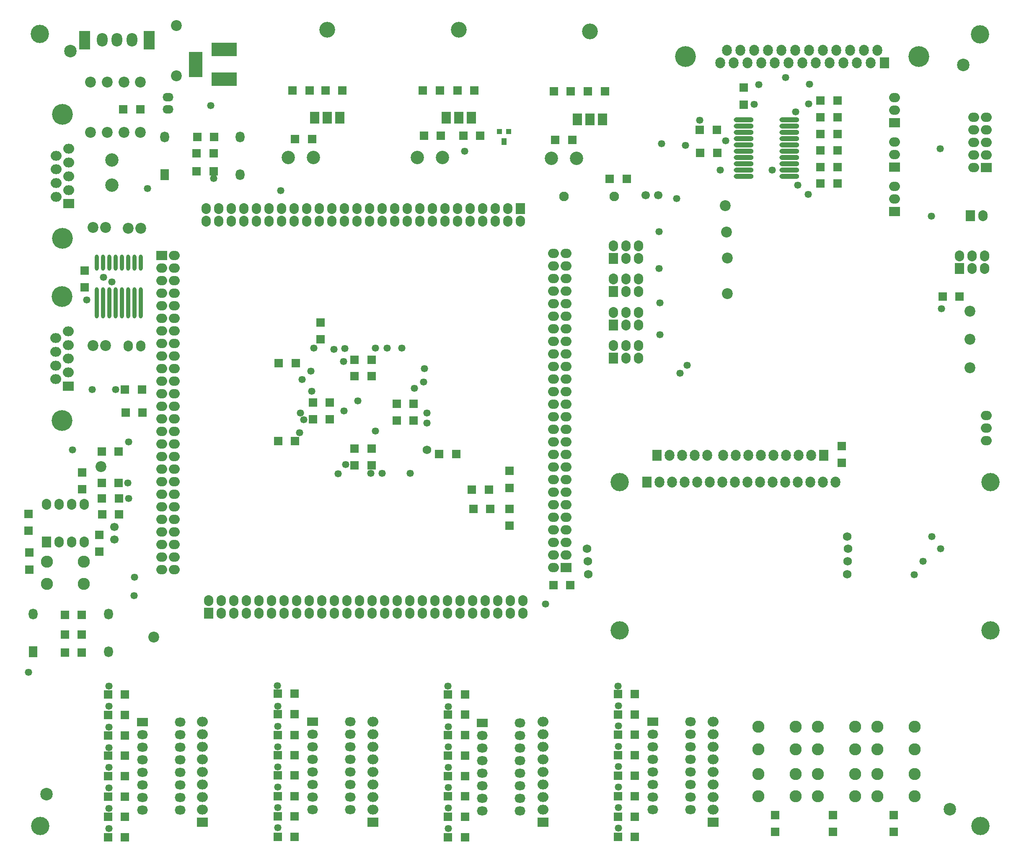
<source format=gbs>
%FSLAX42Y42*%
%MOMM*%
G71*
G01*
G75*
%ADD10C,0.20*%
%ADD11R,1.90X2.29*%
%ADD12R,1.52X1.52*%
%ADD13R,0.28X1.78*%
%ADD14R,1.78X0.28*%
%ADD15R,1.78X0.28*%
%ADD16O,1.78X0.28*%
%ADD17C,1.00*%
%ADD18C,0.40*%
%ADD19C,0.50*%
%ADD20C,0.80*%
%ADD21C,0.70*%
%ADD22C,0.20*%
%ADD23C,0.25*%
%ADD24C,0.30*%
%ADD25C,1.00*%
%ADD26C,0.70*%
%ADD27C,0.65*%
%ADD28O,2.00X1.50*%
%ADD29C,2.00*%
%ADD30C,4.00*%
%ADD31O,1.75X2.00*%
%ADD32R,1.75X2.00*%
%ADD33O,2.00X1.70*%
%ADD34O,2.00X1.70*%
%ADD35R,2.00X1.70*%
%ADD36C,1.52*%
%ADD37R,1.70X2.00*%
%ADD38O,1.70X2.00*%
%ADD39O,1.60X2.00*%
%ADD40R,1.60X2.00*%
%ADD41R,1.70X2.00*%
%ADD42O,1.70X2.00*%
%ADD43C,1.50*%
%ADD44R,2.00X1.75*%
%ADD45O,2.00X1.75*%
%ADD46O,2.00X1.60*%
%ADD47R,2.00X1.60*%
%ADD48O,2.00X1.60*%
%ADD49R,1.75X2.00*%
%ADD50O,1.75X2.00*%
%ADD51C,3.50*%
%ADD52C,3.50*%
%ADD53C,2.25*%
%ADD54C,3.50*%
%ADD55C,2.50*%
%ADD56C,1.75*%
%ADD57C,1.50*%
%ADD58R,1.75X2.20*%
%ADD59R,1.75X2.20*%
%ADD60C,3.00*%
%ADD61R,5.00X2.50*%
%ADD62R,2.50X5.00*%
%ADD63C,2.00*%
%ADD64R,2.00X2.00*%
%ADD65O,2.00X2.50*%
%ADD66C,1.27*%
%ADD67R,0.91X0.91*%
%ADD68R,0.91X1.27*%
%ADD69O,0.61X3.05*%
%ADD70O,0.61X6.10*%
%ADD71O,3.81X0.80*%
%ADD72C,0.30*%
%ADD73C,0.25*%
%ADD74C,0.31*%
%ADD75C,0.54*%
%ADD76C,0.35*%
%ADD77R,2.11X2.49*%
%ADD78R,1.73X1.73*%
%ADD79R,0.48X1.98*%
%ADD80R,1.98X0.48*%
%ADD81R,1.98X0.48*%
%ADD82O,1.98X0.48*%
%ADD83O,2.20X1.70*%
%ADD84C,2.20*%
%ADD85C,4.20*%
%ADD86O,1.95X2.20*%
%ADD87R,1.95X2.20*%
%ADD88O,2.20X1.90*%
%ADD89O,2.20X1.90*%
%ADD90R,2.20X1.90*%
%ADD91C,1.73*%
%ADD92R,1.90X2.20*%
%ADD93O,1.90X2.20*%
%ADD94O,1.80X2.20*%
%ADD95R,1.80X2.20*%
%ADD96R,1.90X2.20*%
%ADD97O,1.90X2.20*%
%ADD98C,1.70*%
%ADD99R,2.20X1.95*%
%ADD100O,2.20X1.95*%
%ADD101O,2.20X1.80*%
%ADD102R,2.20X1.80*%
%ADD103O,2.20X1.80*%
%ADD104R,1.95X2.20*%
%ADD105O,1.95X2.20*%
%ADD106C,3.70*%
%ADD107C,3.70*%
%ADD108C,2.45*%
%ADD109C,3.70*%
%ADD110C,2.70*%
%ADD111C,1.95*%
%ADD112C,1.70*%
%ADD113R,1.95X2.40*%
%ADD114R,1.95X2.40*%
%ADD115C,3.20*%
%ADD116R,5.20X2.70*%
%ADD117R,2.70X5.20*%
%ADD118C,2.53*%
%ADD119C,2.20*%
%ADD120R,2.20X2.20*%
%ADD121O,2.20X2.70*%
%ADD122C,1.47*%
%ADD123R,1.12X1.12*%
%ADD124R,1.12X1.47*%
%ADD125O,0.81X3.25*%
%ADD126O,0.81X6.30*%
%ADD127O,4.01X1.00*%
D78*
X24903Y19120D02*
D03*
X24560D02*
D03*
X25317Y19497D02*
D03*
Y19154D02*
D03*
X25316Y18390D02*
D03*
Y18733D02*
D03*
X24931Y18727D02*
D03*
X24588D02*
D03*
X17084Y18942D02*
D03*
X17427D02*
D03*
X17432Y18617D02*
D03*
X17089D02*
D03*
X17079Y19889D02*
D03*
X17422D02*
D03*
X24388Y26274D02*
D03*
X24731D02*
D03*
X26208Y17188D02*
D03*
X26551D02*
D03*
X30053Y27244D02*
D03*
Y26901D02*
D03*
X32038Y19660D02*
D03*
Y20002D02*
D03*
X16677Y15829D02*
D03*
X16335D02*
D03*
Y16591D02*
D03*
X16677D02*
D03*
Y16189D02*
D03*
X16335D02*
D03*
X16687Y19124D02*
D03*
Y19467D02*
D03*
X17034Y18209D02*
D03*
X17034Y17866D02*
D03*
X15604Y18288D02*
D03*
X15604Y18631D02*
D03*
X15619Y17503D02*
D03*
Y17846D02*
D03*
X17516Y26804D02*
D03*
X17859D02*
D03*
X27852Y14988D02*
D03*
X27509D02*
D03*
X27852Y14575D02*
D03*
X27509D02*
D03*
X27852Y14163D02*
D03*
X27509D02*
D03*
X27852Y13750D02*
D03*
X27509D02*
D03*
X27852Y13337D02*
D03*
X27509D02*
D03*
X27852Y12924D02*
D03*
X27509D02*
D03*
X27852Y12511D02*
D03*
X27509D02*
D03*
X27852Y12099D02*
D03*
X27509D02*
D03*
X24419Y14983D02*
D03*
X24076D02*
D03*
X24419Y14570D02*
D03*
X24076D02*
D03*
X24419Y14158D02*
D03*
X24076D02*
D03*
X24419Y13745D02*
D03*
X24076D02*
D03*
X24419Y13332D02*
D03*
X24076D02*
D03*
X24419Y12507D02*
D03*
X24076D02*
D03*
X24419Y12094D02*
D03*
X24076D02*
D03*
X24419Y12919D02*
D03*
X24076D02*
D03*
X20637Y14993D02*
D03*
X20980D02*
D03*
X20637Y14580D02*
D03*
X20980D02*
D03*
X20637Y14161D02*
D03*
X20980D02*
D03*
X20637Y13753D02*
D03*
X20980D02*
D03*
X20637Y13341D02*
D03*
X20980D02*
D03*
X20637Y12514D02*
D03*
X20980D02*
D03*
X20637Y12098D02*
D03*
X20980D02*
D03*
X20637Y12925D02*
D03*
X20980D02*
D03*
X17207Y13327D02*
D03*
X17550D02*
D03*
X17207Y14564D02*
D03*
X17550D02*
D03*
X17207Y14152D02*
D03*
X17550D02*
D03*
X17207Y13744D02*
D03*
X17550D02*
D03*
X17207Y12917D02*
D03*
X17550D02*
D03*
X17207Y12507D02*
D03*
X17550D02*
D03*
X17207Y12094D02*
D03*
X17550D02*
D03*
X17207Y14977D02*
D03*
X17550D02*
D03*
X22188Y19948D02*
D03*
X22531D02*
D03*
X22188Y21412D02*
D03*
X22531D02*
D03*
X22188Y21748D02*
D03*
X22531D02*
D03*
X22188Y19613D02*
D03*
X22531D02*
D03*
X23382Y20858D02*
D03*
Y20515D02*
D03*
X21350Y20881D02*
D03*
Y20538D02*
D03*
X23046Y20858D02*
D03*
Y20515D02*
D03*
X21685Y20881D02*
D03*
Y20538D02*
D03*
X30691Y12200D02*
D03*
Y12542D02*
D03*
X31859Y12200D02*
D03*
Y12542D02*
D03*
X33085Y12200D02*
D03*
Y12542D02*
D03*
X21600Y27188D02*
D03*
X21943D02*
D03*
X20936Y27190D02*
D03*
X21279D02*
D03*
X20988Y26208D02*
D03*
X21331D02*
D03*
X27249Y27167D02*
D03*
X26906D02*
D03*
X26215Y27168D02*
D03*
X26558D02*
D03*
X26243Y26185D02*
D03*
X26586D02*
D03*
X27346Y25405D02*
D03*
X27689D02*
D03*
X23569Y27191D02*
D03*
X23912D02*
D03*
X24610Y27191D02*
D03*
X24267D02*
D03*
X23592Y26271D02*
D03*
X23935D02*
D03*
X19009Y26246D02*
D03*
X19352D02*
D03*
X19341Y25916D02*
D03*
X18998D02*
D03*
X19340Y25551D02*
D03*
X18997D02*
D03*
X16734Y23550D02*
D03*
Y23207D02*
D03*
X31605Y26311D02*
D03*
X31948D02*
D03*
Y26646D02*
D03*
X31605D02*
D03*
X31948Y25976D02*
D03*
X31605D02*
D03*
Y26981D02*
D03*
X31948D02*
D03*
Y25305D02*
D03*
X31605D02*
D03*
X31947Y25638D02*
D03*
X31604D02*
D03*
X29175Y25928D02*
D03*
X29518D02*
D03*
X29168Y26396D02*
D03*
X29511D02*
D03*
X21505Y22155D02*
D03*
Y22498D02*
D03*
X20998Y21676D02*
D03*
X20655D02*
D03*
X20988Y20102D02*
D03*
X20645D02*
D03*
X24242Y19843D02*
D03*
X23899D02*
D03*
X34072Y23026D02*
D03*
X34415D02*
D03*
X17081Y19259D02*
D03*
X17424D02*
D03*
X17563Y20675D02*
D03*
X17906D02*
D03*
X17551Y21139D02*
D03*
X17894D02*
D03*
D83*
X18418Y27053D02*
D03*
Y26807D02*
D03*
D84*
X18593Y28497D02*
D03*
Y27481D02*
D03*
X17527Y26339D02*
D03*
Y27355D02*
D03*
X17862Y26339D02*
D03*
Y27355D02*
D03*
X17191Y26339D02*
D03*
Y27355D02*
D03*
X16856Y26339D02*
D03*
Y27355D02*
D03*
X17157Y24421D02*
D03*
X16903Y24421D02*
D03*
X17867Y24399D02*
D03*
X17613D02*
D03*
X29719Y23080D02*
D03*
X29726Y23801D02*
D03*
X29703Y24330D02*
D03*
X29680Y24858D02*
D03*
X34621Y22727D02*
D03*
Y22155D02*
D03*
X34628Y21586D02*
D03*
X18136Y16143D02*
D03*
X17067Y19585D02*
D03*
X16903Y22034D02*
D03*
X17157D02*
D03*
D85*
X28876Y27871D02*
D03*
X33595D02*
D03*
X16285Y26705D02*
D03*
Y24201D02*
D03*
X16277Y23019D02*
D03*
Y20514D02*
D03*
D86*
X29712Y27998D02*
D03*
X29989D02*
D03*
X30266D02*
D03*
X30542D02*
D03*
X30819D02*
D03*
X31096D02*
D03*
X31373D02*
D03*
X31650D02*
D03*
X31927D02*
D03*
X32204D02*
D03*
X32480D02*
D03*
X32757D02*
D03*
X29575Y27744D02*
D03*
X29851D02*
D03*
X30128D02*
D03*
X30405D02*
D03*
X30682D02*
D03*
X30959D02*
D03*
X31236D02*
D03*
X31513D02*
D03*
X31790D02*
D03*
X32066D02*
D03*
X32343D02*
D03*
X32620D02*
D03*
X29635Y19813D02*
D03*
X29889D02*
D03*
X30143D02*
D03*
X30397D02*
D03*
X30651D02*
D03*
X30905D02*
D03*
X31159D02*
D03*
X31413D02*
D03*
X28556Y19817D02*
D03*
X28810D02*
D03*
X29064D02*
D03*
X29318D02*
D03*
D87*
X32897Y27744D02*
D03*
X31667Y19813D02*
D03*
X28302Y19817D02*
D03*
D88*
X34959Y20363D02*
D03*
Y20109D02*
D03*
X26467Y17795D02*
D03*
Y18303D02*
D03*
X26213D02*
D03*
X26467Y18557D02*
D03*
X26213D02*
D03*
X26467Y18811D02*
D03*
X26213Y18811D02*
D03*
X26467Y19065D02*
D03*
X26213D02*
D03*
X26467Y19319D02*
D03*
X26213D02*
D03*
X26467Y19573D02*
D03*
X26213Y19827D02*
D03*
X26467Y20081D02*
D03*
Y20335D02*
D03*
X26213D02*
D03*
X26467Y20589D02*
D03*
Y20843D02*
D03*
X26213D02*
D03*
X26467Y21097D02*
D03*
X26213D02*
D03*
X26467Y21351D02*
D03*
X26213D02*
D03*
X26467Y21605D02*
D03*
X26213D02*
D03*
X26467Y21859D02*
D03*
Y22367D02*
D03*
X26213D02*
D03*
X26467Y22621D02*
D03*
X26213D02*
D03*
X26467Y22875D02*
D03*
X26213D02*
D03*
X26467Y23129D02*
D03*
X26213D02*
D03*
X26467Y23383D02*
D03*
X26213D02*
D03*
X26467Y23637D02*
D03*
X26213Y17795D02*
D03*
X26467Y18049D02*
D03*
Y19827D02*
D03*
X26213Y21859D02*
D03*
Y23637D02*
D03*
Y20081D02*
D03*
Y22113D02*
D03*
Y19573D02*
D03*
Y20589D02*
D03*
X26467Y22113D02*
D03*
Y23891D02*
D03*
X26213D02*
D03*
Y18049D02*
D03*
Y17541D02*
D03*
X34703Y25883D02*
D03*
X18544Y23852D02*
D03*
X18290Y23598D02*
D03*
X18544D02*
D03*
X18290Y23344D02*
D03*
X18544D02*
D03*
X18290Y23090D02*
D03*
X18544D02*
D03*
X18290Y22836D02*
D03*
X18544D02*
D03*
X18290Y22582D02*
D03*
X18544D02*
D03*
X18290Y22328D02*
D03*
X18544D02*
D03*
X18290Y22074D02*
D03*
X18290Y21566D02*
D03*
X18544D02*
D03*
X18290Y21312D02*
D03*
X18544D02*
D03*
X18290Y21058D02*
D03*
X18544D02*
D03*
Y20804D02*
D03*
Y20550D02*
D03*
Y20296D02*
D03*
X18290Y20042D02*
D03*
X18544D02*
D03*
X18290Y19788D02*
D03*
X18544D02*
D03*
X18290Y19534D02*
D03*
X18544Y19534D02*
D03*
X18290Y19280D02*
D03*
X18544D02*
D03*
X18290Y19026D02*
D03*
X18544Y18772D02*
D03*
X18290Y18518D02*
D03*
X18544D02*
D03*
X18290Y18264D02*
D03*
X18544D02*
D03*
X18290Y18010D02*
D03*
X18544D02*
D03*
X18290Y17756D02*
D03*
X33100Y24998D02*
D03*
Y25252D02*
D03*
Y26788D02*
D03*
X34957Y26645D02*
D03*
X33100Y27042D02*
D03*
X34957Y25883D02*
D03*
X33100Y25893D02*
D03*
X34957Y26137D02*
D03*
X33100Y26147D02*
D03*
X34703Y26391D02*
D03*
X18544Y21820D02*
D03*
Y19026D02*
D03*
Y17756D02*
D03*
Y22074D02*
D03*
X18290Y20550D02*
D03*
X34703Y26645D02*
D03*
Y25629D02*
D03*
X18290Y21820D02*
D03*
Y20804D02*
D03*
Y20296D02*
D03*
Y18772D02*
D03*
Y17502D02*
D03*
X18544Y17502D02*
D03*
X34703Y26137D02*
D03*
X34957Y26391D02*
D03*
D89*
X34959Y20617D02*
D03*
D90*
X26467Y17541D02*
D03*
X34957Y25629D02*
D03*
X33100Y24744D02*
D03*
Y26534D02*
D03*
Y25639D02*
D03*
X18290Y23852D02*
D03*
D91*
X32160Y17926D02*
D03*
X32144Y17406D02*
D03*
X32154Y17675D02*
D03*
X32142Y18168D02*
D03*
X26886Y17926D02*
D03*
X26902Y17675D02*
D03*
X26909Y17406D02*
D03*
X23653Y19920D02*
D03*
X19480Y27415D02*
D03*
X19642Y27415D02*
D03*
X19480Y28015D02*
D03*
X19655Y28015D02*
D03*
X18979Y27766D02*
D03*
Y27665D02*
D03*
D92*
X34630Y24659D02*
D03*
X19237Y16618D02*
D03*
X25540Y24802D02*
D03*
X27424Y23795D02*
D03*
Y21774D02*
D03*
Y22448D02*
D03*
Y23122D02*
D03*
X34410Y23590D02*
D03*
D93*
X34884Y24659D02*
D03*
X16723Y18826D02*
D03*
X16469D02*
D03*
X16215D02*
D03*
X15961D02*
D03*
X19745Y16618D02*
D03*
X34664Y23590D02*
D03*
X27678Y23795D02*
D03*
Y21774D02*
D03*
Y22448D02*
D03*
Y23122D02*
D03*
X19237Y16872D02*
D03*
X24825D02*
D03*
X25079Y16618D02*
D03*
X25540Y24548D02*
D03*
X25286Y24802D02*
D03*
Y24548D02*
D03*
X25032Y24802D02*
D03*
X24270Y24548D02*
D03*
X24016Y24802D02*
D03*
X23762Y24548D02*
D03*
X23508Y24802D02*
D03*
X21730Y24548D02*
D03*
X21476Y24802D02*
D03*
Y24548D02*
D03*
X20714D02*
D03*
X20460Y24802D02*
D03*
Y24548D02*
D03*
X20206Y24802D02*
D03*
X19952D02*
D03*
Y24548D02*
D03*
X19698Y24802D02*
D03*
Y24548D02*
D03*
X19444Y24802D02*
D03*
X23508Y24548D02*
D03*
X23254Y24548D02*
D03*
X19491Y16618D02*
D03*
X19444Y24548D02*
D03*
X24524Y24548D02*
D03*
X24270Y24802D02*
D03*
X23000Y24802D02*
D03*
X22746D02*
D03*
Y24548D02*
D03*
X22492Y24802D02*
D03*
Y24548D02*
D03*
X22238Y24802D02*
D03*
Y24548D02*
D03*
X21984Y24802D02*
D03*
X19745Y16872D02*
D03*
X19999Y16618D02*
D03*
Y16872D02*
D03*
X20253Y16618D02*
D03*
X20507D02*
D03*
Y16872D02*
D03*
X20761D02*
D03*
X21015Y16618D02*
D03*
Y16872D02*
D03*
X21269Y16618D02*
D03*
Y16872D02*
D03*
X21777Y16618D02*
D03*
Y16872D02*
D03*
X22031Y16618D02*
D03*
Y16872D02*
D03*
X22285Y16618D02*
D03*
X23254Y24802D02*
D03*
X24524Y24802D02*
D03*
X24778Y24548D02*
D03*
Y24802D02*
D03*
X19491Y16872D02*
D03*
X21222Y24548D02*
D03*
Y24802D02*
D03*
X22285Y16872D02*
D03*
X22539Y16618D02*
D03*
Y16872D02*
D03*
X22793D02*
D03*
X23047Y16618D02*
D03*
Y16872D02*
D03*
X23301Y16618D02*
D03*
Y16872D02*
D03*
X23555Y16618D02*
D03*
X23809Y16872D02*
D03*
X24063Y16618D02*
D03*
Y16872D02*
D03*
X24317Y16618D02*
D03*
Y16872D02*
D03*
X24571Y16618D02*
D03*
Y16872D02*
D03*
X25333Y16618D02*
D03*
Y16872D02*
D03*
X25587Y16618D02*
D03*
X20968Y24548D02*
D03*
Y24802D02*
D03*
X34918Y23590D02*
D03*
X24016Y24548D02*
D03*
X21984D02*
D03*
X20206D02*
D03*
X19190D02*
D03*
X27424Y24049D02*
D03*
X27678Y24049D02*
D03*
X27932Y24049D02*
D03*
X27424Y22028D02*
D03*
X27678D02*
D03*
X27932D02*
D03*
X20253Y16872D02*
D03*
X21523D02*
D03*
X23809Y16618D02*
D03*
X25587Y16872D02*
D03*
X27424Y22702D02*
D03*
X27678D02*
D03*
X27932D02*
D03*
X27424Y23376D02*
D03*
X27678D02*
D03*
X27932D02*
D03*
X21523Y16618D02*
D03*
X23555Y16872D02*
D03*
X23762Y24802D02*
D03*
X21730D02*
D03*
X27932Y23795D02*
D03*
Y21774D02*
D03*
Y22448D02*
D03*
Y23122D02*
D03*
X20761Y16618D02*
D03*
X22793D02*
D03*
X24825D02*
D03*
X25079Y16872D02*
D03*
X23000Y24548D02*
D03*
X20714Y24802D02*
D03*
X19190D02*
D03*
X25032Y24548D02*
D03*
X34410Y23844D02*
D03*
X34664D02*
D03*
X34918D02*
D03*
X17867Y22022D02*
D03*
X17613D02*
D03*
D94*
X15690Y16605D02*
D03*
X17214D02*
D03*
Y15843D02*
D03*
X18352Y26246D02*
D03*
X19876D02*
D03*
Y25484D02*
D03*
D95*
X15690Y15843D02*
D03*
X18352Y25484D02*
D03*
D96*
X15961Y18064D02*
D03*
D97*
X16215D02*
D03*
X16469D02*
D03*
X16723D02*
D03*
D98*
X17336Y18368D02*
D03*
Y18114D02*
D03*
D99*
X29434Y12394D02*
D03*
X25995D02*
D03*
X19117D02*
D03*
X22556D02*
D03*
X16412Y24899D02*
D03*
X16404Y21213D02*
D03*
D100*
X29434Y14426D02*
D03*
Y14172D02*
D03*
Y13918D02*
D03*
Y13664D02*
D03*
Y13410D02*
D03*
Y13156D02*
D03*
Y12902D02*
D03*
Y12648D02*
D03*
X25995Y14426D02*
D03*
Y14172D02*
D03*
Y13918D02*
D03*
Y13664D02*
D03*
Y13410D02*
D03*
Y13156D02*
D03*
Y12902D02*
D03*
Y12648D02*
D03*
X19117D02*
D03*
Y12902D02*
D03*
Y13156D02*
D03*
Y13410D02*
D03*
Y13664D02*
D03*
Y13918D02*
D03*
Y14172D02*
D03*
Y14426D02*
D03*
X22556Y12648D02*
D03*
Y12902D02*
D03*
Y13156D02*
D03*
Y13410D02*
D03*
Y13664D02*
D03*
Y13918D02*
D03*
Y14172D02*
D03*
Y14426D02*
D03*
X16158Y25870D02*
D03*
Y25593D02*
D03*
Y25316D02*
D03*
Y25039D02*
D03*
X16412Y26007D02*
D03*
Y25730D02*
D03*
Y25453D02*
D03*
Y25176D02*
D03*
X16150Y22183D02*
D03*
Y21906D02*
D03*
Y21629D02*
D03*
Y21352D02*
D03*
X16404Y22320D02*
D03*
Y22043D02*
D03*
Y21767D02*
D03*
Y21490D02*
D03*
D101*
X28214Y12649D02*
D03*
Y12903D02*
D03*
Y13157D02*
D03*
Y13411D02*
D03*
Y13665D02*
D03*
Y13919D02*
D03*
Y14173D02*
D03*
X28976Y14427D02*
D03*
Y14173D02*
D03*
Y13919D02*
D03*
Y13665D02*
D03*
Y13411D02*
D03*
Y13157D02*
D03*
Y12903D02*
D03*
X25531Y12883D02*
D03*
Y13137D02*
D03*
Y13391D02*
D03*
Y13645D02*
D03*
Y13899D02*
D03*
Y14153D02*
D03*
Y14407D02*
D03*
X24769Y14153D02*
D03*
Y13899D02*
D03*
Y13645D02*
D03*
Y13391D02*
D03*
Y13137D02*
D03*
Y12883D02*
D03*
Y12629D02*
D03*
X21340Y14172D02*
D03*
Y13918D02*
D03*
Y13664D02*
D03*
Y13410D02*
D03*
Y13156D02*
D03*
Y12902D02*
D03*
Y12648D02*
D03*
X22102Y12902D02*
D03*
Y13156D02*
D03*
Y13410D02*
D03*
Y13664D02*
D03*
Y13918D02*
D03*
Y14172D02*
D03*
Y14426D02*
D03*
X18666Y14420D02*
D03*
Y14166D02*
D03*
Y13912D02*
D03*
Y13658D02*
D03*
Y13404D02*
D03*
Y13150D02*
D03*
Y12896D02*
D03*
X17904D02*
D03*
Y13150D02*
D03*
Y13404D02*
D03*
Y13658D02*
D03*
Y13912D02*
D03*
Y14166D02*
D03*
D102*
X28214Y14427D02*
D03*
X24769Y14407D02*
D03*
X21340Y14426D02*
D03*
X17904Y14420D02*
D03*
D103*
X28976Y12649D02*
D03*
X25531Y12629D02*
D03*
X22102Y12648D02*
D03*
X18666Y12642D02*
D03*
X17904Y12642D02*
D03*
D104*
X28097Y19275D02*
D03*
D105*
X28351D02*
D03*
X28605D02*
D03*
X28859D02*
D03*
X29113D02*
D03*
X29367D02*
D03*
X29621D02*
D03*
X29875D02*
D03*
X30129D02*
D03*
X30383D02*
D03*
X30637D02*
D03*
X30891D02*
D03*
X31145D02*
D03*
X31399D02*
D03*
X31653D02*
D03*
X31907D02*
D03*
D106*
X27551Y16278D02*
D03*
Y19275D02*
D03*
X35044D02*
D03*
D107*
Y16278D02*
D03*
D108*
X15969Y17661D02*
D03*
X16719D02*
D03*
X15969Y17211D02*
D03*
X16719D02*
D03*
X30353Y13372D02*
D03*
X31103D02*
D03*
X30353Y14323D02*
D03*
X31103D02*
D03*
X31554Y13372D02*
D03*
X32304D02*
D03*
X31554Y14323D02*
D03*
X32304D02*
D03*
X32756D02*
D03*
X33506D02*
D03*
X32756Y13873D02*
D03*
X33506D02*
D03*
X31554D02*
D03*
X32304D02*
D03*
X30353D02*
D03*
X31103D02*
D03*
X31554Y12922D02*
D03*
X32304D02*
D03*
X30353D02*
D03*
X31103D02*
D03*
X33506D02*
D03*
X32756D02*
D03*
X33506Y13372D02*
D03*
X32756D02*
D03*
D109*
X15835Y12323D02*
D03*
X34835D02*
D03*
X34827Y28324D02*
D03*
X15832Y28327D02*
D03*
D110*
X21355Y25836D02*
D03*
X20847D02*
D03*
X26676Y25814D02*
D03*
X26168D02*
D03*
X23966Y25836D02*
D03*
X23458D02*
D03*
X17286Y25780D02*
D03*
Y25272D02*
D03*
D111*
X26424Y25042D02*
D03*
X27440D02*
D03*
D112*
X28322Y25070D02*
D03*
X28068D02*
D03*
D113*
X21888Y26636D02*
D03*
X21634D02*
D03*
X24293Y26638D02*
D03*
X24039D02*
D03*
X27199Y26608D02*
D03*
X26945Y26608D02*
D03*
X26691D02*
D03*
D114*
X21380Y26636D02*
D03*
X24547Y26638D02*
D03*
D115*
X21634Y28414D02*
D03*
X24293Y28416D02*
D03*
X26945Y28386D02*
D03*
D116*
X19551Y27420D02*
D03*
X19556Y28015D02*
D03*
D117*
X18979Y27715D02*
D03*
D118*
X34486Y27708D02*
D03*
X34218Y12663D02*
D03*
X15964Y12966D02*
D03*
X16448Y27986D02*
D03*
D119*
X18038Y28214D02*
D03*
D120*
X16738D02*
D03*
Y28278D02*
D03*
Y28125D02*
D03*
X18036Y28214D02*
D03*
Y28278D02*
D03*
Y28125D02*
D03*
D121*
X17088Y28214D02*
D03*
X17388D02*
D03*
X17688D02*
D03*
D122*
X17621Y20083D02*
D03*
X17623Y18942D02*
D03*
X24418Y25958D02*
D03*
X28911Y21630D02*
D03*
X28764Y21475D02*
D03*
X20697Y25168D02*
D03*
X28362Y22897D02*
D03*
Y22252D02*
D03*
X28342Y23593D02*
D03*
X22256Y20916D02*
D03*
X21977Y20713D02*
D03*
X22614Y20306D02*
D03*
X33503Y17403D02*
D03*
X33844Y24652D02*
D03*
X33851Y18168D02*
D03*
X34029Y17924D02*
D03*
X33676Y17675D02*
D03*
X34024Y26011D02*
D03*
X26051Y16809D02*
D03*
X17737Y16981D02*
D03*
X17740Y17350D02*
D03*
X30262Y26910D02*
D03*
X31367Y26918D02*
D03*
X30902Y27454D02*
D03*
X30354Y27307D02*
D03*
X31380Y27317D02*
D03*
X31359Y25092D02*
D03*
X31144Y25275D02*
D03*
X29691Y26176D02*
D03*
X29577Y25583D02*
D03*
X27520Y12282D02*
D03*
Y12693D02*
D03*
Y13107D02*
D03*
Y13519D02*
D03*
Y13928D02*
D03*
Y14342D02*
D03*
Y14751D02*
D03*
X27515Y15152D02*
D03*
X24084Y12271D02*
D03*
Y12687D02*
D03*
Y13096D02*
D03*
Y13919D02*
D03*
Y13508D02*
D03*
Y14326D02*
D03*
Y14737D02*
D03*
X24079Y15149D02*
D03*
X20638Y12283D02*
D03*
Y12692D02*
D03*
Y13106D02*
D03*
Y13518D02*
D03*
Y13924D02*
D03*
Y14338D02*
D03*
Y14745D02*
D03*
X20628Y15154D02*
D03*
X17222Y12269D02*
D03*
Y12676D02*
D03*
Y13087D02*
D03*
Y13504D02*
D03*
Y13905D02*
D03*
Y14319D02*
D03*
Y14741D02*
D03*
Y15147D02*
D03*
X17113Y23410D02*
D03*
X17288Y23316D02*
D03*
X19284Y26887D02*
D03*
X16780Y22956D02*
D03*
X21324Y21109D02*
D03*
X21969Y21713D02*
D03*
X23397Y21170D02*
D03*
X22010Y19628D02*
D03*
X22515Y19453D02*
D03*
X23313Y19450D02*
D03*
X23651Y20670D02*
D03*
X23587Y21294D02*
D03*
X22614Y21983D02*
D03*
X21771Y21957D02*
D03*
X21370Y21978D02*
D03*
X23140Y21983D02*
D03*
X21164Y20532D02*
D03*
X21309Y21518D02*
D03*
X23651Y20469D02*
D03*
X23602Y21569D02*
D03*
X22845Y21985D02*
D03*
X21992Y21970D02*
D03*
X21128Y21350D02*
D03*
X21095Y20670D02*
D03*
X21860Y19440D02*
D03*
X29168Y26585D02*
D03*
X22749Y19453D02*
D03*
X28700Y25005D02*
D03*
X31099Y26754D02*
D03*
X30630Y25577D02*
D03*
X15601Y15430D02*
D03*
X21080Y20271D02*
D03*
X18002Y25206D02*
D03*
X28342Y24335D02*
D03*
X34047Y22775D02*
D03*
X28390Y26115D02*
D03*
X28873Y26077D02*
D03*
X19341Y25412D02*
D03*
X16490Y19925D02*
D03*
X17610Y19255D02*
D03*
X16889Y21141D02*
D03*
X17364D02*
D03*
D123*
X25113Y26362D02*
D03*
X25304D02*
D03*
D124*
X25210Y26159D02*
D03*
D125*
X17873Y23708D02*
D03*
X17746D02*
D03*
X17619D02*
D03*
X17492D02*
D03*
X17365D02*
D03*
X17238D02*
D03*
X17111D02*
D03*
X16984D02*
D03*
D126*
Y22895D02*
D03*
X17111D02*
D03*
X17238D02*
D03*
X17365D02*
D03*
X17492Y22895D02*
D03*
X17619Y22895D02*
D03*
X17746D02*
D03*
X17873Y22895D02*
D03*
D127*
X30973Y25450D02*
D03*
Y26593D02*
D03*
X30053D02*
D03*
Y25577D02*
D03*
X30973Y25704D02*
D03*
X30053D02*
D03*
Y26212D02*
D03*
Y25450D02*
D03*
Y26339D02*
D03*
Y26085D02*
D03*
X30973Y25577D02*
D03*
Y25831D02*
D03*
Y26212D02*
D03*
Y26339D02*
D03*
Y26466D02*
D03*
X30053D02*
D03*
Y25831D02*
D03*
Y25958D02*
D03*
X30973D02*
D03*
Y26085D02*
D03*
M02*

</source>
